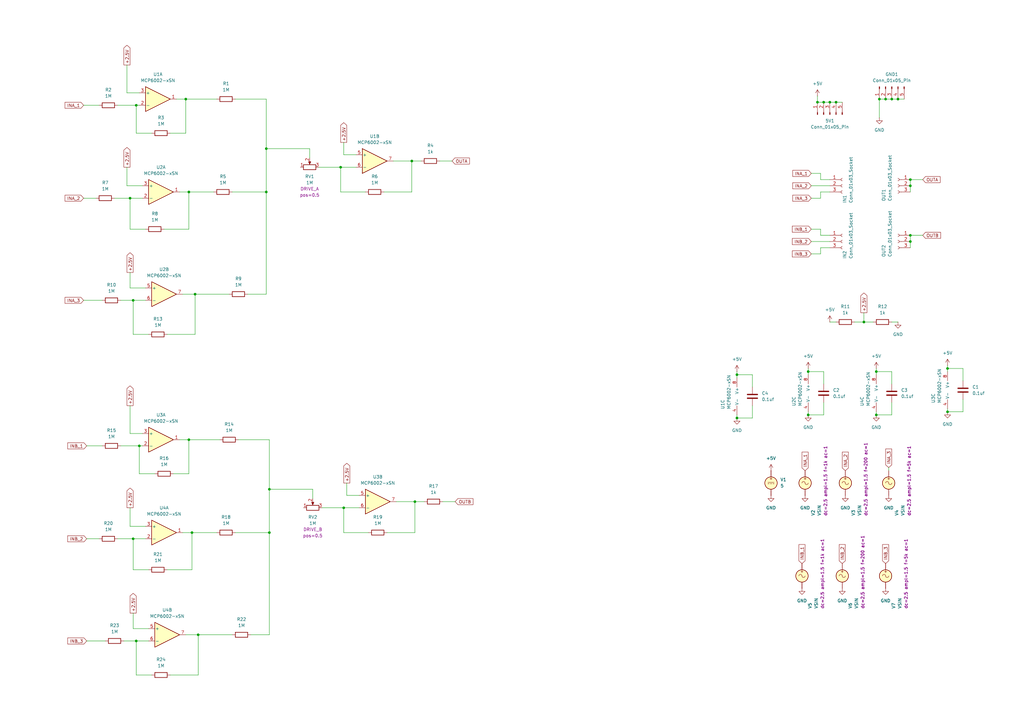
<source format=kicad_sch>
(kicad_sch (version 20231120) (generator "eeschema") (generator_version "8.0")
  (paper "A3")
  (lib_symbols
    (symbol "Amplifier_Operational:MCP6002-xSN" (pin_names (offset 0.127))
      (property "Reference" "U" (at 0 5.08 0))
      (property "Value" "MCP6002-xSN" (at 0 -5.08 0))
      (symbol "MCP6002-xSN_1_1"
        (polyline (pts (xy -5.08 5.08) (xy 5.08 0) (xy -5.08 -5.08) (xy -5.08 5.08)) (stroke (width 0.254)) (fill (type background)))
        (pin output line (at 7.62 0 180) (length 2.54) (name "~") (number "1"))
        (pin input line (at -7.62 -2.54 0) (length 2.54) (name "-") (number "2"))
        (pin input line (at -7.62 2.54 0) (length 2.54) (name "+") (number "3"))
      )
      (symbol "MCP6002-xSN_2_1"
        (polyline (pts (xy -5.08 5.08) (xy 5.08 0) (xy -5.08 -5.08) (xy -5.08 5.08)) (stroke (width 0.254)) (fill (type background)))
        (pin input line (at -7.62 2.54 0) (length 2.54) (name "+") (number "5"))
        (pin input line (at -7.62 -2.54 0) (length 2.54) (name "-") (number "6"))
        (pin output line (at 7.62 0 180) (length 2.54) (name "~") (number "7"))
      )
      (symbol "MCP6002-xSN_3_1"
        (pin power_in line (at -2.54 -7.62 90) (length 3.81) (name "V-") (number "4"))
        (pin power_in line (at -2.54 7.62 270) (length 3.81) (name "V+") (number "8"))
      )
    )
    (symbol "Connector:Conn_01x03_Socket" (pin_names (offset 1.016) hide)
      (property "Reference" "J" (at 0 5.08 0))
      (property "Value" "Conn_01x03_Socket" (at 0 -5.08 0))
      (symbol "Conn_01x03_Socket_1_1"
        (arc (start 0 -2.032) (mid -0.5058 -2.54) (end 0 -3.048) (stroke (width 0.1524)))
        (polyline (pts (xy -1.27 -2.54) (xy -0.508 -2.54)) (stroke (width 0.1524)))
        (polyline (pts (xy -1.27 0) (xy -0.508 0)) (stroke (width 0.1524)))
        (polyline (pts (xy -1.27 2.54) (xy -0.508 2.54)) (stroke (width 0.1524)))
        (arc (start 0 0.508) (mid -0.5058 0) (end 0 -0.508) (stroke (width 0.1524)))
        (arc (start 0 3.048) (mid -0.5058 2.54) (end 0 2.032) (stroke (width 0.1524)))
        (pin passive line (at -5.08 2.54 0) (length 3.81) (name "Pin_1") (number "1"))
        (pin passive line (at -5.08 0 0) (length 3.81) (name "Pin_2") (number "2"))
        (pin passive line (at -5.08 -2.54 0) (length 3.81) (name "Pin_3") (number "3"))
      )
    )
    (symbol "Connector:Conn_01x05_Pin" (pin_names (offset 1.016) hide)
      (property "Reference" "J" (at 0 7.62 0))
      (property "Value" "Conn_01x05_Pin" (at 0 -7.62 0))
      (symbol "Conn_01x05_Pin_1_1"
        (polyline (pts (xy 1.27 -5.08) (xy 0.8636 -5.08)) (stroke (width 0.1524)))
        (polyline (pts (xy 1.27 -2.54) (xy 0.8636 -2.54)) (stroke (width 0.1524)))
        (polyline (pts (xy 1.27 0) (xy 0.8636 0)) (stroke (width 0.1524)))
        (polyline (pts (xy 1.27 2.54) (xy 0.8636 2.54)) (stroke (width 0.1524)))
        (polyline (pts (xy 1.27 5.08) (xy 0.8636 5.08)) (stroke (width 0.1524)))
        (rectangle (start 0.8636 -4.953) (end 0 -5.207) (stroke (width 0.1524)) (fill (type outline)))
        (rectangle (start 0.8636 -2.413) (end 0 -2.667) (stroke (width 0.1524)) (fill (type outline)))
        (rectangle (start 0.8636 0.127) (end 0 -0.127) (stroke (width 0.1524)) (fill (type outline)))
        (rectangle (start 0.8636 2.667) (end 0 2.413) (stroke (width 0.1524)) (fill (type outline)))
        (rectangle (start 0.8636 5.207) (end 0 4.953) (stroke (width 0.1524)) (fill (type outline)))
        (pin passive line (at 5.08 5.08 180) (length 3.81) (name "Pin_1") (number "1"))
        (pin passive line (at 5.08 2.54 180) (length 3.81) (name "Pin_2") (number "2"))
        (pin passive line (at 5.08 0 180) (length 3.81) (name "Pin_3") (number "3"))
        (pin passive line (at 5.08 -2.54 180) (length 3.81) (name "Pin_4") (number "4"))
        (pin passive line (at 5.08 -5.08 180) (length 3.81) (name "Pin_5") (number "5"))
      )
    )
    (symbol "Device:C" (pin_numbers hide) (pin_names (offset 0.254))
      (property "Reference" "C" (at 0.635 2.54 0))
      (property "Value" "C" (at 0.635 -2.54 0))
      (symbol "C_0_1"
        (polyline (pts (xy -2.032 -0.762) (xy 2.032 -0.762)) (stroke (width 0.508)))
        (polyline (pts (xy -2.032 0.762) (xy 2.032 0.762)) (stroke (width 0.508)))
      )
      (symbol "C_1_1"
        (pin passive line (at 0 3.81 270) (length 2.794) (name "~") (number "1"))
        (pin passive line (at 0 -3.81 90) (length 2.794) (name "~") (number "2"))
      )
    )
    (symbol "Device:R" (pin_numbers hide) (pin_names (offset 0))
      (property "Reference" "R" (at 2.032 0 90))
      (property "Value" "R" (at 0 0 90))
      (symbol "R_0_1"
        (rectangle (start -1.016 -2.54) (end 1.016 2.54) (stroke (width 0.254)))
      )
      (symbol "R_1_1"
        (pin passive line (at 0 3.81 270) (length 1.27) (name "~") (number "1"))
        (pin passive line (at 0 -3.81 90) (length 1.27) (name "~") (number "2"))
      )
    )
    (symbol "Device:R_Potentiometer" (pin_names (offset 1.016) hide)
      (property "Reference" "RV" (at -4.445 0 90))
      (property "Value" "R_Potentiometer" (at -2.54 0 90))
      (symbol "R_Potentiometer_0_1"
        (polyline (pts (xy 2.54 0) (xy 1.524 0)))
        (polyline (pts (xy 1.143 0) (xy 2.286 0.508) (xy 2.286 -0.508) (xy 1.143 0)) (fill (type outline)))
        (rectangle (start 1.016 2.54) (end -1.016 -2.54) (stroke (width 0.254)))
      )
      (symbol "R_Potentiometer_1_1"
        (pin passive line (at 0 3.81 270) (length 1.27) (name "1") (number "1"))
        (pin passive line (at 3.81 0 180) (length 1.27) (name "2") (number "2"))
        (pin passive line (at 0 -3.81 90) (length 1.27) (name "3") (number "3"))
      )
    )
    (symbol "Simulation_SPICE:VDC" (pin_numbers hide) (pin_names (offset 0.0254))
      (property "Reference" "V" (at 2.54 2.54 0))
      (property "Value" "1" (at 2.54 0 0))
      (symbol "VDC_0_0"
        (polyline (pts (xy -1.27 0.254) (xy 1.27 0.254)))
        (polyline (pts (xy -0.762 -0.254) (xy -1.27 -0.254)))
        (polyline (pts (xy 0.254 -0.254) (xy -0.254 -0.254)))
        (polyline (pts (xy 1.27 -0.254) (xy 0.762 -0.254)))
        (text "+" (at 0 1.905 0) (effects (font (size 1.27 1.27))))
      )
      (symbol "VDC_0_1"
        (circle (center 0 0) (radius 2.54) (stroke (width 0.254)) (fill (type background)))
      )
      (symbol "VDC_1_1"
        (pin passive line (at 0 5.08 270) (length 2.54) (name "~") (number "1"))
        (pin passive line (at 0 -5.08 90) (length 2.54) (name "~") (number "2"))
      )
    )
    (symbol "Simulation_SPICE:VSIN" (pin_numbers hide) (pin_names (offset 0.0254))
      (property "Reference" "V" (at 2.54 2.54 0))
      (property "Value" "VSIN" (at 2.54 0 0))
      (property "Sim.Params" "dc=0 ampl=1 f=1k ac=1" (at 2.54 -2.54 0))
      (symbol "VSIN_0_0"
        (arc (start 0 0) (mid -0.635 0.6323) (end -1.27 0))
        (arc (start 0 0) (mid 0.635 -0.6323) (end 1.27 0))
        (text "+" (at 0 1.905 0) (effects (font (size 1.27 1.27))))
      )
      (symbol "VSIN_0_1"
        (circle (center 0 0) (radius 2.54) (stroke (width 0.254)) (fill (type background)))
      )
      (symbol "VSIN_1_1"
        (pin passive line (at 0 5.08 270) (length 2.54) (name "~") (number "1"))
        (pin passive line (at 0 -5.08 90) (length 2.54) (name "~") (number "2"))
      )
    )
    (symbol "power:+5V" (power) (pin_numbers hide) (pin_names (offset 0) hide)
      (property "Value" "+5V" (at 0 3.556 0))
      (symbol "+5V_0_1"
        (polyline (pts (xy -0.762 1.27) (xy 0 2.54)))
        (polyline (pts (xy 0 0) (xy 0 2.54)))
        (polyline (pts (xy 0 2.54) (xy 0.762 1.27)))
      )
      (symbol "+5V_1_1"
        (pin power_in line (at 0 0 90) (length 0) (name "~") (number "1"))
      )
    )
    (symbol "power:GND" (power) (pin_numbers hide) (pin_names (offset 0) hide)
      (property "Value" "GND" (at 0 -3.81 0))
      (symbol "GND_0_1"
        (polyline (pts (xy 0 0) (xy 0 -1.27) (xy 1.27 -1.27) (xy 0 -2.54) (xy -1.27 -1.27) (xy 0 -1.27)))
      )
      (symbol "GND_1_1"
        (pin power_in line (at 0 0 270) (length 0) (name "~") (number "1"))
      )
    )
  )
  (junction (at 54.61 123.19))
  (junction (at 337.82 41.91))
  (junction (at 168.91 66.04))
  (junction (at 77.47 78.74))
  (junction (at 363.22 40.64))
  (junction (at 373.38 96.52))
  (junction (at 335.28 41.91))
  (junction (at 109.22 60.96))
  (junction (at 342.9 41.91))
  (junction (at 80.01 120.65))
  (junction (at 368.3 40.64))
  (junction (at 354.33 132.08))
  (junction (at 331.47 152.4))
  (junction (at 57.15 182.88))
  (junction (at 77.47 180.34))
  (junction (at 55.88 43.18))
  (junction (at 373.38 99.06))
  (junction (at 54.61 220.98))
  (junction (at 76.2 40.64))
  (junction (at 139.7 68.58))
  (junction (at 359.41 170.18))
  (junction (at 373.38 76.2))
  (junction (at 78.74 218.44))
  (junction (at 365.76 40.64))
  (junction (at 359.41 152.4))
  (junction (at 331.47 170.18))
  (junction (at 170.18 205.74))
  (junction (at 55.88 262.89))
  (junction (at 140.97 208.28))
  (junction (at 53.34 81.28))
  (junction (at 340.36 41.91))
  (junction (at 302.26 153.67))
  (junction (at 388.62 168.91))
  (junction (at 373.38 73.66))
  (junction (at 109.22 78.74))
  (junction (at 110.49 218.44))
  (junction (at 388.62 151.13))
  (junction (at 81.28 260.35))
  (junction (at 302.26 171.45))
  (junction (at 110.49 200.66))
  (junction (at 360.68 40.64))
  (wire (pts (xy 74.93 218.44) (xy 78.74 218.44)))
  (wire (pts (xy 35.56 220.98) (xy 40.64 220.98)))
  (wire (pts (xy 170.18 205.74) (xy 162.56 205.74)))
  (wire (pts (xy 73.66 78.74) (xy 77.47 78.74)))
  (wire (pts (xy 394.97 156.21) (xy 394.97 151.13)))
  (wire (pts (xy 52.07 68.58) (xy 52.07 76.2)))
  (wire (pts (xy 359.41 152.4) (xy 365.76 152.4)))
  (wire (pts (xy 50.8 262.89) (xy 55.88 262.89)))
  (wire (pts (xy 373.38 73.66) (xy 373.38 76.2)))
  (wire (pts (xy 34.29 43.18) (xy 40.64 43.18)))
  (wire (pts (xy 364.49 191.77) (xy 364.49 193.04)))
  (wire (pts (xy 332.74 71.12) (xy 336.55 71.12)))
  (wire (pts (xy 69.85 54.61) (xy 76.2 54.61)))
  (wire (pts (xy 53.34 177.8) (xy 58.42 177.8)))
  (wire (pts (xy 77.47 180.34) (xy 90.17 180.34)))
  (wire (pts (xy 110.49 260.35) (xy 110.49 218.44)))
  (wire (pts (xy 49.53 182.88) (xy 57.15 182.88)))
  (wire (pts (xy 157.48 78.74) (xy 168.91 78.74)))
  (wire (pts (xy 93.98 120.65) (xy 80.01 120.65)))
  (wire (pts (xy 77.47 78.74) (xy 87.63 78.74)))
  (wire (pts (xy 53.34 111.76) (xy 53.34 118.11)))
  (wire (pts (xy 342.9 41.91) (xy 345.44 41.91)))
  (wire (pts (xy 336.55 73.66) (xy 340.36 73.66)))
  (wire (pts (xy 54.61 220.98) (xy 54.61 233.68)))
  (wire (pts (xy 373.38 76.2) (xy 373.38 78.74)))
  (wire (pts (xy 335.28 41.91) (xy 337.82 41.91)))
  (wire (pts (xy 332.74 99.06) (xy 340.36 99.06)))
  (wire (pts (xy 55.88 262.89) (xy 60.96 262.89)))
  (wire (pts (xy 168.91 78.74) (xy 168.91 66.04)))
  (wire (pts (xy 54.61 123.19) (xy 54.61 137.16)))
  (wire (pts (xy 388.62 149.86) (xy 388.62 151.13)))
  (wire (pts (xy 302.26 152.4) (xy 302.26 153.67)))
  (wire (pts (xy 336.55 71.12) (xy 336.55 73.66)))
  (wire (pts (xy 71.12 194.31) (xy 77.47 194.31)))
  (wire (pts (xy 52.07 26.67) (xy 52.07 38.1)))
  (wire (pts (xy 365.76 170.18) (xy 359.41 170.18)))
  (wire (pts (xy 49.53 123.19) (xy 54.61 123.19)))
  (wire (pts (xy 101.6 120.65) (xy 109.22 120.65)))
  (wire (pts (xy 72.39 40.64) (xy 76.2 40.64)))
  (wire (pts (xy 68.58 233.68) (xy 78.74 233.68)))
  (wire (pts (xy 34.29 81.28) (xy 39.37 81.28)))
  (wire (pts (xy 102.87 260.35) (xy 110.49 260.35)))
  (wire (pts (xy 59.69 93.98) (xy 53.34 93.98)))
  (wire (pts (xy 142.24 203.2) (xy 147.32 203.2)))
  (wire (pts (xy 368.3 40.64) (xy 370.84 40.64)))
  (wire (pts (xy 35.56 182.88) (xy 41.91 182.88)))
  (wire (pts (xy 128.27 200.66) (xy 110.49 200.66)))
  (wire (pts (xy 57.15 182.88) (xy 57.15 194.31)))
  (wire (pts (xy 354.33 128.27) (xy 354.33 132.08)))
  (wire (pts (xy 76.2 260.35) (xy 81.28 260.35)))
  (wire (pts (xy 354.33 132.08) (xy 358.14 132.08)))
  (wire (pts (xy 53.34 81.28) (xy 58.42 81.28)))
  (wire (pts (xy 127 60.96) (xy 109.22 60.96)))
  (wire (pts (xy 332.74 81.28) (xy 336.55 81.28)))
  (wire (pts (xy 139.7 78.74) (xy 139.7 68.58)))
  (wire (pts (xy 336.55 78.74) (xy 340.36 78.74)))
  (wire (pts (xy 53.34 166.37) (xy 53.34 177.8)))
  (wire (pts (xy 172.72 66.04) (xy 168.91 66.04)))
  (wire (pts (xy 340.36 41.91) (xy 342.9 41.91)))
  (wire (pts (xy 77.47 180.34) (xy 77.47 194.31)))
  (wire (pts (xy 48.26 220.98) (xy 54.61 220.98)))
  (wire (pts (xy 109.22 120.65) (xy 109.22 78.74)))
  (wire (pts (xy 158.75 218.44) (xy 170.18 218.44)))
  (wire (pts (xy 336.55 104.14) (xy 336.55 101.6)))
  (wire (pts (xy 109.22 60.96) (xy 109.22 78.74)))
  (wire (pts (xy 360.68 40.64) (xy 363.22 40.64)))
  (wire (pts (xy 53.34 208.28) (xy 53.34 215.9)))
  (wire (pts (xy 368.3 132.08) (xy 365.76 132.08)))
  (wire (pts (xy 302.26 153.67) (xy 302.26 154.94)))
  (wire (pts (xy 76.2 40.64) (xy 88.9 40.64)))
  (wire (pts (xy 336.55 93.98) (xy 336.55 96.52)))
  (wire (pts (xy 55.88 43.18) (xy 55.88 54.61)))
  (wire (pts (xy 360.68 40.64) (xy 360.68 48.26)))
  (wire (pts (xy 180.34 66.04) (xy 185.42 66.04)))
  (wire (pts (xy 340.36 132.08) (xy 342.9 132.08)))
  (wire (pts (xy 335.28 41.91) (xy 335.28 39.37)))
  (wire (pts (xy 331.47 152.4) (xy 331.47 153.67)))
  (wire (pts (xy 140.97 208.28) (xy 147.32 208.28)))
  (wire (pts (xy 55.88 43.18) (xy 57.15 43.18)))
  (wire (pts (xy 97.79 180.34) (xy 110.49 180.34)))
  (wire (pts (xy 132.08 208.28) (xy 140.97 208.28)))
  (wire (pts (xy 140.97 58.42) (xy 140.97 63.5)))
  (wire (pts (xy 110.49 180.34) (xy 110.49 200.66)))
  (wire (pts (xy 127 64.77) (xy 127 60.96)))
  (wire (pts (xy 302.26 171.45) (xy 302.26 170.18)))
  (wire (pts (xy 332.74 76.2) (xy 340.36 76.2)))
  (wire (pts (xy 74.93 120.65) (xy 80.01 120.65)))
  (wire (pts (xy 60.96 137.16) (xy 54.61 137.16)))
  (wire (pts (xy 109.22 40.64) (xy 109.22 60.96)))
  (wire (pts (xy 81.28 260.35) (xy 81.28 276.86)))
  (wire (pts (xy 337.82 170.18) (xy 331.47 170.18)))
  (wire (pts (xy 359.41 170.18) (xy 359.41 168.91)))
  (wire (pts (xy 378.46 96.52) (xy 373.38 96.52)))
  (wire (pts (xy 331.47 151.13) (xy 331.47 152.4)))
  (wire (pts (xy 359.41 152.4) (xy 359.41 153.67)))
  (wire (pts (xy 54.61 220.98) (xy 59.69 220.98)))
  (wire (pts (xy 73.66 180.34) (xy 77.47 180.34)))
  (wire (pts (xy 53.34 215.9) (xy 59.69 215.9)))
  (wire (pts (xy 365.76 40.64) (xy 368.3 40.64)))
  (wire (pts (xy 63.5 194.31) (xy 57.15 194.31)))
  (wire (pts (xy 394.97 163.83) (xy 394.97 168.91)))
  (wire (pts (xy 142.24 198.12) (xy 142.24 203.2)))
  (wire (pts (xy 173.99 205.74) (xy 170.18 205.74)))
  (wire (pts (xy 130.81 68.58) (xy 139.7 68.58)))
  (wire (pts (xy 96.52 40.64) (xy 109.22 40.64)))
  (wire (pts (xy 77.47 78.74) (xy 77.47 93.98)))
  (wire (pts (xy 332.74 93.98) (xy 336.55 93.98)))
  (wire (pts (xy 331.47 170.18) (xy 331.47 168.91)))
  (wire (pts (xy 78.74 218.44) (xy 78.74 233.68)))
  (wire (pts (xy 62.23 54.61) (xy 55.88 54.61)))
  (wire (pts (xy 373.38 99.06) (xy 373.38 101.6)))
  (wire (pts (xy 365.76 157.48) (xy 365.76 152.4)))
  (wire (pts (xy 52.07 76.2) (xy 58.42 76.2)))
  (wire (pts (xy 46.99 81.28) (xy 53.34 81.28)))
  (wire (pts (xy 53.34 81.28) (xy 53.34 93.98)))
  (wire (pts (xy 67.31 93.98) (xy 77.47 93.98)))
  (wire (pts (xy 331.47 152.4) (xy 337.82 152.4)))
  (wire (pts (xy 34.29 123.19) (xy 41.91 123.19)))
  (wire (pts (xy 388.62 168.91) (xy 388.62 167.64)))
  (wire (pts (xy 60.96 233.68) (xy 54.61 233.68)))
  (wire (pts (xy 388.62 151.13) (xy 388.62 152.4)))
  (wire (pts (xy 128.27 204.47) (xy 128.27 200.66)))
  (wire (pts (xy 365.76 165.1) (xy 365.76 170.18)))
  (wire (pts (xy 96.52 218.44) (xy 110.49 218.44)))
  (wire (pts (xy 54.61 123.19) (xy 59.69 123.19)))
  (wire (pts (xy 359.41 151.13) (xy 359.41 152.4)))
  (wire (pts (xy 78.74 218.44) (xy 88.9 218.44)))
  (wire (pts (xy 52.07 38.1) (xy 57.15 38.1)))
  (wire (pts (xy 337.82 41.91) (xy 340.36 41.91)))
  (wire (pts (xy 168.91 66.04) (xy 161.29 66.04)))
  (wire (pts (xy 48.26 43.18) (xy 55.88 43.18)))
  (wire (pts (xy 337.82 165.1) (xy 337.82 170.18)))
  (wire (pts (xy 336.55 96.52) (xy 340.36 96.52)))
  (wire (pts (xy 76.2 40.64) (xy 76.2 54.61)))
  (wire (pts (xy 139.7 68.58) (xy 146.05 68.58)))
  (wire (pts (xy 181.61 205.74) (xy 186.69 205.74)))
  (wire (pts (xy 308.61 171.45) (xy 302.26 171.45)))
  (wire (pts (xy 350.52 132.08) (xy 354.33 132.08)))
  (wire (pts (xy 57.15 182.88) (xy 58.42 182.88)))
  (wire (pts (xy 302.26 153.67) (xy 308.61 153.67)))
  (wire (pts (xy 170.18 218.44) (xy 170.18 205.74)))
  (wire (pts (xy 62.23 276.86) (xy 55.88 276.86)))
  (wire (pts (xy 378.46 73.66) (xy 373.38 73.66)))
  (wire (pts (xy 336.55 101.6) (xy 340.36 101.6)))
  (wire (pts (xy 151.13 218.44) (xy 140.97 218.44)))
  (wire (pts (xy 308.61 158.75) (xy 308.61 153.67)))
  (wire (pts (xy 140.97 63.5) (xy 146.05 63.5)))
  (wire (pts (xy 95.25 78.74) (xy 109.22 78.74)))
  (wire (pts (xy 149.86 78.74) (xy 139.7 78.74)))
  (wire (pts (xy 394.97 168.91) (xy 388.62 168.91)))
  (wire (pts (xy 332.74 104.14) (xy 336.55 104.14)))
  (wire (pts (xy 35.56 262.89) (xy 43.18 262.89)))
  (wire (pts (xy 80.01 120.65) (xy 80.01 137.16)))
  (wire (pts (xy 54.61 257.81) (xy 60.96 257.81)))
  (wire (pts (xy 140.97 218.44) (xy 140.97 208.28)))
  (wire (pts (xy 95.25 260.35) (xy 81.28 260.35)))
  (wire (pts (xy 110.49 200.66) (xy 110.49 218.44)))
  (wire (pts (xy 69.85 276.86) (xy 81.28 276.86)))
  (wire (pts (xy 337.82 157.48) (xy 337.82 152.4)))
  (wire (pts (xy 54.61 251.46) (xy 54.61 257.81)))
  (wire (pts (xy 336.55 81.28) (xy 336.55 78.74)))
  (wire (pts (xy 55.88 262.89) (xy 55.88 276.86)))
  (wire (pts (xy 363.22 40.64) (xy 365.76 40.64)))
  (wire (pts (xy 373.38 96.52) (xy 373.38 99.06)))
  (wire (pts (xy 308.61 166.37) (xy 308.61 171.45)))
  (wire (pts (xy 68.58 137.16) (xy 80.01 137.16)))
  (wire (pts (xy 53.34 118.11) (xy 59.69 118.11)))
  (wire (pts (xy 388.62 151.13) (xy 394.97 151.13)))
  (global_label "INA_1" (shape input) (at 332.74 71.12 180) (property "Intersheetrefs" "${INTERSHEET_REFS}" (effects (hide yes))))
  (global_label "OUTB" (shape input) (at 186.69 205.74 0) (property "Intersheetrefs" "${INTERSHEET_REFS}" (effects (hide yes))))
  (global_label "INB_2" (shape input) (at 35.56 220.98 180) (property "Intersheetrefs" "${INTERSHEET_REFS}" (effects (hide yes))))
  (global_label "INA_3" (shape input) (at 364.49 191.77 90) (property "Intersheetrefs" "${INTERSHEET_REFS}" (effects (hide yes))))
  (global_label "INA_3" (shape input) (at 332.74 81.28 180) (property "Intersheetrefs" "${INTERSHEET_REFS}" (effects (hide yes))))
  (global_label "INA_1" (shape input) (at 330.2 193.04 90) (property "Intersheetrefs" "${INTERSHEET_REFS}" (effects (hide yes))))
  (global_label "INA_3" (shape input) (at 34.29 123.19 180) (property "Intersheetrefs" "${INTERSHEET_REFS}" (effects (hide yes))))
  (global_label "INB_2" (shape input) (at 332.74 99.06 180) (property "Intersheetrefs" "${INTERSHEET_REFS}" (effects (hide yes))))
  (global_label "+2.5V" (shape output) (at 54.61 251.46 90) (property "Intersheetrefs" "${INTERSHEET_REFS}" (effects (hide yes))))
  (global_label "INA_2" (shape input) (at 346.71 193.04 90) (property "Intersheetrefs" "${INTERSHEET_REFS}" (effects (hide yes))))
  (global_label "INA_1" (shape input) (at 34.29 43.18 180) (property "Intersheetrefs" "${INTERSHEET_REFS}" (effects (hide yes))))
  (global_label "OUTA" (shape input) (at 185.42 66.04 0) (property "Intersheetrefs" "${INTERSHEET_REFS}" (effects (hide yes))))
  (global_label "OUTB" (shape input) (at 378.46 96.52 0) (property "Intersheetrefs" "${INTERSHEET_REFS}" (effects (hide yes))))
  (global_label "INA_2" (shape input) (at 332.74 76.2 180) (property "Intersheetrefs" "${INTERSHEET_REFS}" (effects (hide yes))))
  (global_label "INB_1" (shape input) (at 332.74 93.98 180) (property "Intersheetrefs" "${INTERSHEET_REFS}" (effects (hide yes))))
  (global_label "+2.5V" (shape output) (at 142.24 198.12 90) (property "Intersheetrefs" "${INTERSHEET_REFS}" (effects (hide yes))))
  (global_label "OUTA" (shape input) (at 378.46 73.66 0) (property "Intersheetrefs" "${INTERSHEET_REFS}" (effects (hide yes))))
  (global_label "+2.5V" (shape output) (at 52.07 68.58 90) (property "Intersheetrefs" "${INTERSHEET_REFS}" (effects (hide yes))))
  (global_label "+2.5V" (shape output) (at 53.34 111.76 90) (property "Intersheetrefs" "${INTERSHEET_REFS}" (effects (hide yes))))
  (global_label "INB_1" (shape input) (at 35.56 182.88 180) (property "Intersheetrefs" "${INTERSHEET_REFS}" (effects (hide yes))))
  (global_label "INB_2" (shape input) (at 345.44 231.14 90) (property "Intersheetrefs" "${INTERSHEET_REFS}" (effects (hide yes))))
  (global_label "INB_3" (shape input) (at 332.74 104.14 180) (property "Intersheetrefs" "${INTERSHEET_REFS}" (effects (hide yes))))
  (global_label "INB_3" (shape input) (at 35.56 262.89 180) (property "Intersheetrefs" "${INTERSHEET_REFS}" (effects (hide yes))))
  (global_label "+2.5V" (shape output) (at 53.34 166.37 90) (property "Intersheetrefs" "${INTERSHEET_REFS}" (effects (hide yes))))
  (global_label "+2.5V" (shape output) (at 53.34 208.28 90) (property "Intersheetrefs" "${INTERSHEET_REFS}" (effects (hide yes))))
  (global_label "INA_2" (shape input) (at 34.29 81.28 180) (property "Intersheetrefs" "${INTERSHEET_REFS}" (effects (hide yes))))
  (global_label "INB_3" (shape input) (at 363.22 231.14 90) (property "Intersheetrefs" "${INTERSHEET_REFS}" (effects (hide yes))))
  (global_label "INB_1" (shape input) (at 328.93 231.14 90) (property "Intersheetrefs" "${INTERSHEET_REFS}" (effects (hide yes))))
  (global_label "+2.5V" (shape output) (at 52.07 26.67 90) (property "Intersheetrefs" "${INTERSHEET_REFS}" (effects (hide yes))))
  (global_label "+2.5V" (shape output) (at 354.33 128.27 90) (property "Intersheetrefs" "${INTERSHEET_REFS}" (effects (hide yes))))
  (global_label "+2.5V" (shape output) (at 140.97 58.42 90) (property "Intersheetrefs" "${INTERSHEET_REFS}" (effects (hide yes))))
  (symbol (lib_id "power:GND") (at 328.93 241.3 0) (unit 1)
    (property "Reference" "#PWR018" (effects (hide yes)))
    (property "Value" "GND" (at 328.93 246.38 0))
    (property "Description" "Power symbol creates a global label with name \"GND\" , ground" (effects (hide yes)))
  )
  (symbol (lib_id "Device:R") (at 346.71 132.08 90) (unit 1)
    (property "Reference" "R11" (at 346.71 125.73 90))
    (property "Value" "1k" (at 346.71 128.27 90))
    (property "Footprint" "Resistor_SMD:R_0402_1005Metric" (effects (hide yes)))
    (property "Description" "Resistor" (effects (hide yes)))
  )
  (symbol (lib_id "Simulation_SPICE:VSIN") (at 345.44 236.22 0) (unit 1) (on_board no)
    (property "Reference" "V6" (at 348.742 249.682 90) (effects (justify left)))
    (property "Value" "VSIN" (at 351.282 249.682 90) (effects (justify left)))
    (property "Datasheet" "https://ngspice.sourceforge.io/docs/ngspice-html-manual/manual.xhtml#sec_Independent_Sources_for" (effects (hide yes)))
    (property "Description" "Voltage source, sinusoidal" (effects (hide yes)))
    (property "Sim.Pins" "1=+ 2=-" (effects (hide yes)))
    (property "Sim.Params" "dc=2.5 ampl=1.5 f=200 ac=1" (at 353.822 249.682 90) (effects (justify left)))
    (property "Sim.Type" "SIN" (effects (hide yes)))
    (property "Sim.Device" "V" (effects (hide yes)))
  )
  (symbol (lib_id "power:GND") (at 346.71 203.2 0) (unit 1)
    (property "Reference" "#PWR016" (effects (hide yes)))
    (property "Value" "GND" (at 346.71 208.28 0))
    (property "Description" "Power symbol creates a global label with name \"GND\" , ground" (effects (hide yes)))
  )
  (symbol (lib_id "Simulation_SPICE:VDC") (at 316.23 198.12 0) (unit 1) (on_board no)
    (property "Reference" "V1" (at 320.04 196.7201 0) (effects (justify left)))
    (property "Value" "5" (at 320.04 199.2601 0) (effects (justify left)))
    (property "Datasheet" "https://ngspice.sourceforge.io/docs/ngspice-html-manual/manual.xhtml#sec_Independent_Sources_for" (effects (hide yes)))
    (property "Description" "Voltage source, DC" (effects (hide yes)))
    (property "Sim.Pins" "1=+ 2=-" (effects (hide yes)))
    (property "Sim.Type" "DC" (effects (hide yes)))
    (property "Sim.Device" "V" (effects (hide yes)))
  )
  (symbol (lib_id "Device:R") (at 66.04 276.86 90) (unit 1)
    (property "Reference" "R24" (at 66.04 270.51 90))
    (property "Value" "1M" (at 66.04 273.05 90))
    (property "Footprint" "Resistor_SMD:R_0402_1005Metric" (effects (hide yes)))
    (property "Description" "Resistor" (effects (hide yes)))
  )
  (symbol (lib_id "Device:R") (at 45.72 182.88 90) (unit 1)
    (property "Reference" "R15" (at 45.72 176.53 90))
    (property "Value" "1M" (at 45.72 179.07 90))
    (property "Footprint" "Resistor_SMD:R_0402_1005Metric" (effects (hide yes)))
    (property "Description" "Resistor" (effects (hide yes)))
  )
  (symbol (lib_id "power:+5V") (at 302.26 152.4 0) (unit 1)
    (property "Reference" "#PWR08" (effects (hide yes)))
    (property "Value" "+5V" (at 302.26 147.32 0))
    (property "Description" "Power symbol creates a global label with name \"+5V\"" (effects (hide yes)))
  )
  (symbol (lib_id "Device:R") (at 44.45 220.98 90) (unit 1)
    (property "Reference" "R20" (at 44.45 214.63 90))
    (property "Value" "1M" (at 44.45 217.17 90))
    (property "Footprint" "Resistor_SMD:R_0402_1005Metric" (effects (hide yes)))
    (property "Description" "Resistor" (effects (hide yes)))
  )
  (symbol (lib_id "Connector:Conn_01x05_Pin") (at 340.36 46.99 90) (unit 1) (exclude_from_sim yes)
    (property "Reference" "5V1" (at 340.36 49.53 90))
    (property "Value" "Conn_01x05_Pin" (at 340.36 52.07 90))
    (property "Footprint" "Connector_PinHeader_2.54mm:PinHeader_1x05_P2.54mm_Vertical" (effects (hide yes)))
    (property "Description" "Generic connector, single row, 01x05, script generated" (effects (hide yes)))
  )
  (symbol (lib_id "power:GND") (at 363.22 241.3 0) (unit 1)
    (property "Reference" "#PWR020" (effects (hide yes)))
    (property "Value" "GND" (at 363.22 246.38 0))
    (property "Description" "Power symbol creates a global label with name \"GND\" , ground" (effects (hide yes)))
  )
  (symbol (lib_id "Device:R") (at 44.45 43.18 90) (unit 1)
    (property "Reference" "R2" (at 44.45 36.83 90))
    (property "Value" "1M" (at 44.45 39.37 90))
    (property "Footprint" "Resistor_SMD:R_0402_1005Metric" (effects (hide yes)))
    (property "Description" "Resistor" (effects (hide yes)))
  )
  (symbol (lib_id "Device:R") (at 153.67 78.74 90) (unit 1)
    (property "Reference" "R6" (at 153.67 72.39 90))
    (property "Value" "1M" (at 153.67 74.93 90))
    (property "Footprint" "Resistor_SMD:R_0402_1005Metric" (effects (hide yes)))
    (property "Description" "Resistor" (effects (hide yes)))
  )
  (symbol (lib_id "Connector:Conn_01x03_Socket") (at 368.3 76.2 0) (mirror y) (unit 1) (exclude_from_sim yes)
    (property "Reference" "OUT1" (at 362.458 82.55 90) (effects (justify left)))
    (property "Value" "Conn_01x03_Socket" (at 364.998 82.55 90) (effects (justify left)))
    (property "Footprint" "Connector_PinSocket_2.54mm:PinSocket_1x03_P2.54mm_Vertical" (effects (hide yes)))
    (property "Description" "Generic connector, single row, 01x03, script generated" (effects (hide yes)))
  )
  (symbol (lib_id "Device:R") (at 67.31 194.31 90) (unit 1)
    (property "Reference" "R16" (at 67.31 187.96 90))
    (property "Value" "1M" (at 67.31 190.5 90))
    (property "Footprint" "Resistor_SMD:R_0402_1005Metric" (effects (hide yes)))
    (property "Description" "Resistor" (effects (hide yes)))
  )
  (symbol (lib_id "Device:R") (at 176.53 66.04 90) (unit 1)
    (property "Reference" "R4" (at 176.53 59.69 90))
    (property "Value" "1k" (at 176.53 62.23 90))
    (property "Footprint" "Resistor_SMD:R_0402_1005Metric" (effects (hide yes)))
    (property "Description" "Resistor" (effects (hide yes)))
  )
  (symbol (lib_id "power:+5V") (at 316.23 193.04 0) (unit 1)
    (property "Reference" "#PWR013" (effects (hide yes)))
    (property "Value" "+5V" (at 316.23 187.96 0))
    (property "Description" "Power symbol creates a global label with name \"+5V\"" (effects (hide yes)))
  )
  (symbol (lib_id "Connector:Conn_01x03_Socket") (at 345.44 76.2 0) (unit 1) (exclude_from_sim yes)
    (property "Reference" "IN1" (at 346.456 83.312 90) (effects (justify left)))
    (property "Value" "Conn_01x03_Socket" (at 348.996 83.312 90) (effects (justify left)))
    (property "Footprint" "Connector_PinSocket_2.54mm:PinSocket_1x03_P2.54mm_Vertical" (effects (hide yes)))
    (property "Description" "Generic connector, single row, 01x03, script generated" (effects (hide yes)))
  )
  (symbol (lib_id "Amplifier_Operational:MCP6002-xSN") (at 361.95 161.29 0) (unit 3)
    (property "Reference" "U4" (at 353.568 166.624 90) (effects (justify left)))
    (property "Value" "MCP6002-xSN" (at 356.108 166.624 90) (effects (justify left)))
    (property "Footprint" "Package_SO:SOIC-8-1EP_3.9x4.9mm_P1.27mm_EP2.29x3mm" (effects (hide yes)))
    (property "Datasheet" "http://ww1.microchip.com/downloads/en/DeviceDoc/21733j.pdf" (effects (hide yes)))
    (property "Description" "1MHz, Low-Power Op Amp, SOIC-8" (effects (hide yes)))
    (property "Sim.Library" "${KICAD8_SYMBOL_DIR}/Simulation_SPICE.sp" (effects (hide yes)))
    (property "Sim.Name" "kicad_builtin_opamp_dual" (effects (hide yes)))
    (property "Sim.Device" "SUBCKT" (effects (hide yes)))
    (property "Sim.Pins" "1=out1 2=in1- 3=in1+ 4=vee 5=in2+ 6=in2- 7=out2 8=vcc" (effects (hide yes)))
  )
  (symbol (lib_id "Device:R") (at 99.06 260.35 90) (unit 1)
    (property "Reference" "R22" (at 99.06 254 90))
    (property "Value" "1M" (at 99.06 256.54 90))
    (property "Footprint" "Resistor_SMD:R_0402_1005Metric" (effects (hide yes)))
    (property "Description" "Resistor" (effects (hide yes)))
  )
  (symbol (lib_id "Simulation_SPICE:VSIN") (at 330.2 198.12 0) (unit 1) (on_board no)
    (property "Reference" "V2" (at 333.502 211.582 90) (effects (justify left)))
    (property "Value" "VSIN" (at 336.042 211.582 90) (effects (justify left)))
    (property "Datasheet" "https://ngspice.sourceforge.io/docs/ngspice-html-manual/manual.xhtml#sec_Independent_Sources_for" (effects (hide yes)))
    (property "Description" "Voltage source, sinusoidal" (effects (hide yes)))
    (property "Sim.Pins" "1=+ 2=-" (effects (hide yes)))
    (property "Sim.Params" "dc=2.5 ampl=1.5 f=1k ac=1" (at 338.582 211.582 90) (effects (justify left)))
    (property "Sim.Type" "SIN" (effects (hide yes)))
    (property "Sim.Device" "V" (effects (hide yes)))
  )
  (symbol (lib_id "Amplifier_Operational:MCP6002-xSN") (at 334.01 161.29 0) (unit 3)
    (property "Reference" "U2" (at 325.628 166.624 90) (effects (justify left)))
    (property "Value" "MCP6002-xSN" (at 328.168 166.624 90) (effects (justify left)))
    (property "Footprint" "Package_SO:SOIC-8-1EP_3.9x4.9mm_P1.27mm_EP2.29x3mm" (effects (hide yes)))
    (property "Datasheet" "http://ww1.microchip.com/downloads/en/DeviceDoc/21733j.pdf" (effects (hide yes)))
    (property "Description" "1MHz, Low-Power Op Amp, SOIC-8" (effects (hide yes)))
    (property "Sim.Library" "${KICAD8_SYMBOL_DIR}/Simulation_SPICE.sp" (effects (hide yes)))
    (property "Sim.Name" "kicad_builtin_opamp_dual" (effects (hide yes)))
    (property "Sim.Device" "SUBCKT" (effects (hide yes)))
    (property "Sim.Pins" "1=out1 2=in1- 3=in1+ 4=vee 5=in2+ 6=in2- 7=out2 8=vcc" (effects (hide yes)))
  )
  (symbol (lib_id "Simulation_SPICE:VSIN") (at 363.22 236.22 0) (unit 1) (on_board no)
    (property "Reference" "V7" (at 366.522 249.682 90) (effects (justify left)))
    (property "Value" "VSIN" (at 369.062 249.682 90) (effects (justify left)))
    (property "Datasheet" "https://ngspice.sourceforge.io/docs/ngspice-html-manual/manual.xhtml#sec_Independent_Sources_for" (effects (hide yes)))
    (property "Description" "Voltage source, sinusoidal" (effects (hide yes)))
    (property "Sim.Pins" "1=+ 2=-" (effects (hide yes)))
    (property "Sim.Params" "dc=2.5 ampl=1.5 f=5k ac=1" (at 371.602 249.682 90) (effects (justify left)))
    (property "Sim.Type" "SIN" (effects (hide yes)))
    (property "Sim.Device" "V" (effects (hide yes)))
  )
  (symbol (lib_id "Connector:Conn_01x03_Socket") (at 345.44 99.06 0) (unit 1) (exclude_from_sim yes)
    (property "Reference" "IN2" (at 346.456 106.172 90) (effects (justify left)))
    (property "Value" "Conn_01x03_Socket" (at 348.996 106.172 90) (effects (justify left)))
    (property "Footprint" "Connector_PinSocket_2.54mm:PinSocket_1x03_P2.54mm_Vertical" (effects (hide yes)))
    (property "Description" "Generic connector, single row, 01x03, script generated" (effects (hide yes)))
  )
  (symbol (lib_id "power:GND") (at 302.26 171.45 0) (unit 1)
    (property "Reference" "#PWR012" (effects (hide yes)))
    (property "Value" "GND" (at 302.26 176.53 0))
    (property "Description" "Power symbol creates a global label with name \"GND\" , ground" (effects (hide yes)))
  )
  (symbol (lib_id "Simulation_SPICE:VSIN") (at 328.93 236.22 0) (unit 1) (on_board no)
    (property "Reference" "V5" (at 332.232 249.682 90) (effects (justify left)))
    (property "Value" "VSIN" (at 334.772 249.682 90) (effects (justify left)))
    (property "Datasheet" "https://ngspice.sourceforge.io/docs/ngspice-html-manual/manual.xhtml#sec_Independent_Sources_for" (effects (hide yes)))
    (property "Description" "Voltage source, sinusoidal" (effects (hide yes)))
    (property "Sim.Pins" "1=+ 2=-" (effects (hide yes)))
    (property "Sim.Params" "dc=2.5 ampl=1.5 f=1k ac=1" (at 337.312 249.682 90) (effects (justify left)))
    (property "Sim.Type" "SIN" (effects (hide yes)))
    (property "Sim.Device" "V" (effects (hide yes)))
  )
  (symbol (lib_id "power:+5V") (at 335.28 39.37 0) (unit 1)
    (property "Reference" "#PWR01" (effects (hide yes)))
    (property "Value" "+5V" (at 335.28 34.29 0))
    (property "Description" "Power symbol creates a global label with name \"+5V\"" (effects (hide yes)))
  )
  (symbol (lib_id "power:GND") (at 360.68 48.26 0) (unit 1)
    (property "Reference" "#PWR02" (effects (hide yes)))
    (property "Value" "GND" (at 360.68 53.34 0))
    (property "Description" "Power symbol creates a global label with name \"GND\" , ground" (effects (hide yes)))
  )
  (symbol (lib_id "Amplifier_Operational:MCP6002-xSN") (at 66.04 180.34 0) (unit 1)
    (property "Reference" "U3" (at 66.04 170.18 0))
    (property "Value" "MCP6002-xSN" (at 66.04 172.72 0))
    (property "Footprint" "Package_SO:SOIC-8-1EP_3.9x4.9mm_P1.27mm_EP2.29x3mm" (effects (hide yes)))
    (property "Datasheet" "http://ww1.microchip.com/downloads/en/DeviceDoc/21733j.pdf" (effects (hide yes)))
    (property "Description" "1MHz, Low-Power Op Amp, SOIC-8" (effects (hide yes)))
    (property "Sim.Library" "${KICAD8_SYMBOL_DIR}/Simulation_SPICE.sp" (effects (hide yes)))
    (property "Sim.Name" "kicad_builtin_opamp_dual" (effects (hide yes)))
    (property "Sim.Device" "SUBCKT" (effects (hide yes)))
    (property "Sim.Pins" "1=out1 2=in1- 3=in1+ 4=vee 5=in2+ 6=in2- 7=out2 8=vcc" (effects (hide yes)))
  )
  (symbol (lib_id "power:GND") (at 359.41 170.18 0) (unit 1)
    (property "Reference" "#PWR011" (effects (hide yes)))
    (property "Value" "GND" (at 359.41 175.26 0))
    (property "Description" "Power symbol creates a global label with name \"GND\" , ground" (effects (hide yes)))
  )
  (symbol (lib_id "Amplifier_Operational:MCP6002-xSN") (at 154.94 205.74 0) (unit 2)
    (property "Reference" "U3" (at 154.94 195.58 0))
    (property "Value" "MCP6002-xSN" (at 154.94 198.12 0))
    (property "Footprint" "Package_SO:SOIC-8-1EP_3.9x4.9mm_P1.27mm_EP2.29x3mm" (effects (hide yes)))
    (property "Datasheet" "http://ww1.microchip.com/downloads/en/DeviceDoc/21733j.pdf" (effects (hide yes)))
    (property "Description" "1MHz, Low-Power Op Amp, SOIC-8" (effects (hide yes)))
    (property "Sim.Library" "${KICAD8_SYMBOL_DIR}/Simulation_SPICE.sp" (effects (hide yes)))
    (property "Sim.Name" "kicad_builtin_opamp_dual" (effects (hide yes)))
    (property "Sim.Device" "SUBCKT" (effects (hide yes)))
    (property "Sim.Pins" "1=out1 2=in1- 3=in1+ 4=vee 5=in2+ 6=in2- 7=out2 8=vcc" (effects (hide yes)))
  )
  (symbol (lib_id "Device:R") (at 92.71 218.44 90) (unit 1)
    (property "Reference" "R18" (at 92.71 212.09 90))
    (property "Value" "1M" (at 92.71 214.63 90))
    (property "Footprint" "Resistor_SMD:R_0402_1005Metric" (effects (hide yes)))
    (property "Description" "Resistor" (effects (hide yes)))
  )
  (symbol (lib_id "Device:C") (at 337.82 161.29 0) (unit 1)
    (property "Reference" "C2" (at 341.63 160.0199 0) (effects (justify left)))
    (property "Value" "0.1uf" (at 341.63 162.5599 0) (effects (justify left)))
    (property "Footprint" "Capacitor_SMD:C_0402_1005Metric" (effects (hide yes)))
    (property "Description" "Unpolarized capacitor" (effects (hide yes)))
  )
  (symbol (lib_id "Amplifier_Operational:MCP6002-xSN") (at 67.31 218.44 0) (unit 1)
    (property "Reference" "U4" (at 67.31 208.28 0))
    (property "Value" "MCP6002-xSN" (at 67.31 210.82 0))
    (property "Footprint" "Package_SO:SOIC-8-1EP_3.9x4.9mm_P1.27mm_EP2.29x3mm" (effects (hide yes)))
    (property "Datasheet" "http://ww1.microchip.com/downloads/en/DeviceDoc/21733j.pdf" (effects (hide yes)))
    (property "Description" "1MHz, Low-Power Op Amp, SOIC-8" (effects (hide yes)))
    (property "Sim.Library" "${KICAD8_SYMBOL_DIR}/Simulation_SPICE.sp" (effects (hide yes)))
    (property "Sim.Name" "kicad_builtin_opamp_dual" (effects (hide yes)))
    (property "Sim.Device" "SUBCKT" (effects (hide yes)))
    (property "Sim.Pins" "1=out1 2=in1- 3=in1+ 4=vee 5=in2+ 6=in2- 7=out2 8=vcc" (effects (hide yes)))
  )
  (symbol (lib_id "Device:R") (at 66.04 54.61 90) (unit 1)
    (property "Reference" "R3" (at 66.04 48.26 90))
    (property "Value" "1M" (at 66.04 50.8 90))
    (property "Footprint" "Resistor_SMD:R_0402_1005Metric" (effects (hide yes)))
    (property "Description" "Resistor" (effects (hide yes)))
  )
  (symbol (lib_id "Simulation_SPICE:VSIN") (at 364.49 198.12 0) (unit 1) (on_board no)
    (property "Reference" "V4" (at 367.792 211.582 90) (effects (justify left)))
    (property "Value" "VSIN" (at 370.332 211.582 90) (effects (justify left)))
    (property "Datasheet" "https://ngspice.sourceforge.io/docs/ngspice-html-manual/manual.xhtml#sec_Independent_Sources_for" (effects (hide yes)))
    (property "Description" "Voltage source, sinusoidal" (effects (hide yes)))
    (property "Sim.Pins" "1=+ 2=-" (effects (hide yes)))
    (property "Sim.Params" "dc=2.5 ampl=1.5 f=5k ac=1" (at 372.872 211.582 90) (effects (justify left)))
    (property "Sim.Type" "SIN" (effects (hide yes)))
    (property "Sim.Device" "V" (effects (hide yes)))
  )
  (symbol (lib_id "power:GND") (at 330.2 203.2 0) (unit 1)
    (property "Reference" "#PWR015" (effects (hide yes)))
    (property "Value" "GND" (at 330.2 208.28 0))
    (property "Description" "Power symbol creates a global label with name \"GND\" , ground" (effects (hide yes)))
  )
  (symbol (lib_id "Device:R") (at 64.77 137.16 90) (unit 1)
    (property "Reference" "R13" (at 64.77 130.81 90))
    (property "Value" "1M" (at 64.77 133.35 90))
    (property "Footprint" "Resistor_SMD:R_0402_1005Metric" (effects (hide yes)))
    (property "Description" "Resistor" (effects (hide yes)))
  )
  (symbol (lib_id "Device:R") (at 97.79 120.65 90) (unit 1)
    (property "Reference" "R9" (at 97.79 114.3 90))
    (property "Value" "1M" (at 97.79 116.84 90))
    (property "Footprint" "Resistor_SMD:R_0402_1005Metric" (effects (hide yes)))
    (property "Description" "Resistor" (effects (hide yes)))
  )
  (symbol (lib_id "Amplifier_Operational:MCP6002-xSN") (at 64.77 40.64 0) (unit 1)
    (property "Reference" "U1" (at 64.77 30.48 0))
    (property "Value" "MCP6002-xSN" (at 64.77 33.02 0))
    (property "Footprint" "Package_SO:SOIC-8-1EP_3.9x4.9mm_P1.27mm_EP2.29x3mm" (effects (hide yes)))
    (property "Datasheet" "http://ww1.microchip.com/downloads/en/DeviceDoc/21733j.pdf" (effects (hide yes)))
    (property "Description" "1MHz, Low-Power Op Amp, SOIC-8" (effects (hide yes)))
    (property "Sim.Library" "${KICAD8_SYMBOL_DIR}/Simulation_SPICE.sp" (effects (hide yes)))
    (property "Sim.Name" "kicad_builtin_opamp_dual" (effects (hide yes)))
    (property "Sim.Device" "SUBCKT" (effects (hide yes)))
    (property "Sim.Pins" "1=out1 2=in1- 3=in1+ 4=vee 5=in2+ 6=in2- 7=out2 8=vcc" (effects (hide yes)))
  )
  (symbol (lib_id "power:GND") (at 316.23 203.2 0) (unit 1)
    (property "Reference" "#PWR014" (effects (hide yes)))
    (property "Value" "GND" (at 316.23 208.28 0))
    (property "Description" "Power symbol creates a global label with name \"GND\" , ground" (effects (hide yes)))
  )
  (symbol (lib_id "Device:C") (at 365.76 161.29 0) (unit 1)
    (property "Reference" "C3" (at 369.57 160.0199 0) (effects (justify left)))
    (property "Value" "0.1uf" (at 369.57 162.5599 0) (effects (justify left)))
    (property "Footprint" "Capacitor_SMD:C_0402_1005Metric" (effects (hide yes)))
    (property "Description" "Unpolarized capacitor" (effects (hide yes)))
  )
  (symbol (lib_id "power:GND") (at 364.49 203.2 0) (unit 1)
    (property "Reference" "#PWR017" (effects (hide yes)))
    (property "Value" "GND" (at 364.49 208.28 0))
    (property "Description" "Power symbol creates a global label with name \"GND\" , ground" (effects (hide yes)))
  )
  (symbol (lib_id "Device:R") (at 46.99 262.89 90) (unit 1)
    (property "Reference" "R23" (at 46.99 256.54 90))
    (property "Value" "1M" (at 46.99 259.08 90))
    (property "Footprint" "Resistor_SMD:R_0402_1005Metric" (effects (hide yes)))
    (property "Description" "Resistor" (effects (hide yes)))
  )
  (symbol (lib_id "Connector:Conn_01x03_Socket") (at 368.3 99.06 0) (mirror y) (unit 1) (exclude_from_sim yes)
    (property "Reference" "OUT2" (at 362.458 105.41 90) (effects (justify left)))
    (property "Value" "Conn_01x03_Socket" (at 364.998 105.41 90) (effects (justify left)))
    (property "Footprint" "Connector_PinSocket_2.54mm:PinSocket_1x03_P2.54mm_Vertical" (effects (hide yes)))
    (property "Description" "Generic connector, single row, 01x03, script generated" (effects (hide yes)))
  )
  (symbol (lib_id "power:GND") (at 331.47 170.18 0) (unit 1)
    (property "Reference" "#PWR010" (effects (hide yes)))
    (property "Value" "GND" (at 331.47 175.26 0))
    (property "Description" "Power symbol creates a global label with name \"GND\" , ground" (effects (hide yes)))
  )
  (symbol (lib_id "Device:C") (at 394.97 160.02 0) (unit 1)
    (property "Reference" "C1" (at 398.78 158.7499 0) (effects (justify left)))
    (property "Value" "0.1uf" (at 398.78 161.2899 0) (effects (justify left)))
    (property "Footprint" "Capacitor_SMD:C_0402_1005Metric" (effects (hide yes)))
    (property "Description" "Unpolarized capacitor" (effects (hide yes)))
  )
  (symbol (lib_id "Amplifier_Operational:MCP6002-xSN") (at 68.58 260.35 0) (unit 2)
    (property "Reference" "U4" (at 68.58 250.19 0))
    (property "Value" "MCP6002-xSN" (at 68.58 252.73 0))
    (property "Footprint" "Package_SO:SOIC-8-1EP_3.9x4.9mm_P1.27mm_EP2.29x3mm" (effects (hide yes)))
    (property "Datasheet" "http://ww1.microchip.com/downloads/en/DeviceDoc/21733j.pdf" (effects (hide yes)))
    (property "Description" "1MHz, Low-Power Op Amp, SOIC-8" (effects (hide yes)))
    (property "Sim.Library" "${KICAD8_SYMBOL_DIR}/Simulation_SPICE.sp" (effects (hide yes)))
    (property "Sim.Name" "kicad_builtin_opamp_dual" (effects (hide yes)))
    (property "Sim.Device" "SUBCKT" (effects (hide yes)))
    (property "Sim.Pins" "1=out1 2=in1- 3=in1+ 4=vee 5=in2+ 6=in2- 7=out2 8=vcc" (effects (hide yes)))
  )
  (symbol (lib_id "power:+5V") (at 388.62 149.86 0) (unit 1)
    (property "Reference" "#PWR05" (effects (hide yes)))
    (property "Value" "+5V" (at 388.62 144.78 0))
    (property "Description" "Power symbol creates a global label with name \"+5V\"" (effects (hide yes)))
  )
  (symbol (lib_id "power:+5V") (at 359.41 151.13 0) (unit 1)
    (property "Reference" "#PWR07" (effects (hide yes)))
    (property "Value" "+5V" (at 359.41 146.05 0))
    (property "Description" "Power symbol creates a global label with name \"+5V\"" (effects (hide yes)))
  )
  (symbol (lib_id "Amplifier_Operational:MCP6002-xSN") (at 153.67 66.04 0) (unit 2)
    (property "Reference" "U1" (at 153.67 55.88 0))
    (property "Value" "MCP6002-xSN" (at 153.67 58.42 0))
    (property "Footprint" "Package_SO:SOIC-8-1EP_3.9x4.9mm_P1.27mm_EP2.29x3mm" (effects (hide yes)))
    (property "Datasheet" "http://ww1.microchip.com/downloads/en/DeviceDoc/21733j.pdf" (effects (hide yes)))
    (property "Description" "1MHz, Low-Power Op Amp, SOIC-8" (effects (hide yes)))
    (property "Sim.Library" "${KICAD8_SYMBOL_DIR}/Simulation_SPICE.sp" (effects (hide yes)))
    (property "Sim.Name" "kicad_builtin_opamp_dual" (effects (hide yes)))
    (property "Sim.Device" "SUBCKT" (effects (hide yes)))
    (property "Sim.Pins" "1=out1 2=in1- 3=in1+ 4=vee 5=in2+ 6=in2- 7=out2 8=vcc" (effects (hide yes)))
  )
  (symbol (lib_id "Device:R") (at 63.5 93.98 90) (unit 1)
    (property "Reference" "R8" (at 63.5 87.63 90))
    (property "Value" "1M" (at 63.5 90.17 90))
    (property "Footprint" "Resistor_SMD:R_0402_1005Metric" (effects (hide yes)))
    (property "Description" "Resistor" (effects (hide yes)))
  )
  (symbol (lib_id "Amplifier_Operational:MCP6002-xSN") (at 391.16 160.02 0) (unit 3)
    (property "Reference" "U3" (at 382.778 165.354 90) (effects (justify left)))
    (property "Value" "MCP6002-xSN" (at 385.318 165.354 90) (effects (justify left)))
    (property "Footprint" "Package_SO:SOIC-8-1EP_3.9x4.9mm_P1.27mm_EP2.29x3mm" (effects (hide yes)))
    (property "Datasheet" "http://ww1.microchip.com/downloads/en/DeviceDoc/21733j.pdf" (effects (hide yes)))
    (property "Description" "1MHz, Low-Power Op Amp, SOIC-8" (effects (hide yes)))
    (property "Sim.Library" "${KICAD8_SYMBOL_DIR}/Simulation_SPICE.sp" (effects (hide yes)))
    (property "Sim.Name" "kicad_builtin_opamp_dual" (effects (hide yes)))
    (property "Sim.Device" "SUBCKT" (effects (hide yes)))
    (property "Sim.Pins" "1=out1 2=in1- 3=in1+ 4=vee 5=in2+ 6=in2- 7=out2 8=vcc" (effects (hide yes)))
  )
  (symbol (lib_id "Device:R") (at 64.77 233.68 90) (unit 1)
    (property "Reference" "R21" (at 64.77 227.33 90))
    (property "Value" "1M" (at 64.77 229.87 90))
    (property "Footprint" "Resistor_SMD:R_0402_1005Metric" (effects (hide yes)))
    (property "Description" "Resistor" (effects (hide yes)))
  )
  (symbol (lib_id "Device:R") (at 43.18 81.28 90) (unit 1)
    (property "Reference" "R7" (at 43.18 74.93 90))
    (property "Value" "1M" (at 43.18 77.47 90))
    (property "Footprint" "Resistor_SMD:R_0402_1005Metric" (effects (hide yes)))
    (property "Description" "Resistor" (effects (hide yes)))
  )
  (symbol (lib_id "power:GND") (at 368.3 132.08 0) (unit 1)
    (property "Reference" "#PWR04" (effects (hide yes)))
    (property "Value" "GND" (at 368.3 137.16 0))
    (property "Description" "Power symbol creates a global label with name \"GND\" , ground" (effects (hide yes)))
  )
  (symbol (lib_id "Device:R") (at 92.71 40.64 90) (unit 1)
    (property "Reference" "R1" (at 92.71 34.29 90))
    (property "Value" "1M" (at 92.71 36.83 90))
    (property "Footprint" "Resistor_SMD:R_0402_1005Metric" (effects (hide yes)))
    (property "Description" "Resistor" (effects (hide yes)))
  )
  (symbol (lib_id "Device:R") (at 177.8 205.74 90) (unit 1)
    (property "Reference" "R17" (at 177.8 199.39 90))
    (property "Value" "1k" (at 177.8 201.93 90))
    (property "Footprint" "Resistor_SMD:R_0402_1005Metric" (effects (hide yes)))
    (property "Description" "Resistor" (effects (hide yes)))
  )
  (symbol (lib_id "Device:R_Potentiometer") (at 127 68.58 90) (unit 1)
    (property "Reference" "RV1" (at 127 72.39 90))
    (property "Value" "1M" (at 127 74.93 90))
    (property "Footprint" "BreadModular_Pots:Potentiometer_RV09" (effects (hide yes)))
    (property "Description" "Potentiometer" (effects (hide yes)))
    (property "Sim.Device" "R" (effects (hide yes)))
    (property "Sim.Type" "POT" (effects (hide yes)))
    (property "Sim.Pins" "1=r0 2=wiper 3=r1" (effects (hide yes)))
    (property "Sim.Params" "pos=0.5" (at 127 80.01 90))
    (property "Comment" "DRIVE_A" (at 127 77.47 90))
  )
  (symbol (lib_id "Device:R") (at 361.95 132.08 90) (unit 1)
    (property "Reference" "R12" (at 361.95 125.73 90))
    (property "Value" "1k" (at 361.95 128.27 90))
    (property "Footprint" "Resistor_SMD:R_0402_1005Metric" (effects (hide yes)))
    (property "Description" "Resistor" (effects (hide yes)))
  )
  (symbol (lib_id "Simulation_SPICE:VSIN") (at 346.71 198.12 0) (unit 1) (on_board no)
    (property "Reference" "V3" (at 350.012 211.582 90) (effects (justify left)))
    (property "Value" "VSIN" (at 352.552 211.582 90) (effects (justify left)))
    (property "Datasheet" "https://ngspice.sourceforge.io/docs/ngspice-html-manual/manual.xhtml#sec_Independent_Sources_for" (effects (hide yes)))
    (property "Description" "Voltage source, sinusoidal" (effects (hide yes)))
    (property "Sim.Pins" "1=+ 2=-" (effects (hide yes)))
    (property "Sim.Params" "dc=2.5 ampl=1.5 f=200 ac=1" (at 355.092 211.582 90) (effects (justify left)))
    (property "Sim.Type" "SIN" (effects (hide yes)))
    (property "Sim.Device" "V" (effects (hide yes)))
  )
  (symbol (lib_id "Device:R") (at 45.72 123.19 90) (unit 1)
    (property "Reference" "R10" (at 45.72 116.84 90))
    (property "Value" "1M" (at 45.72 119.38 90))
    (property "Footprint" "Resistor_SMD:R_0402_1005Metric" (effects (hide yes)))
    (property "Description" "Resistor" (effects (hide yes)))
  )
  (symbol (lib_id "Amplifier_Operational:MCP6002-xSN") (at 66.04 78.74 0) (unit 1)
    (property "Reference" "U2" (at 66.04 68.58 0))
    (property "Value" "MCP6002-xSN" (at 66.04 71.12 0))
    (property "Footprint" "Package_SO:SOIC-8-1EP_3.9x4.9mm_P1.27mm_EP2.29x3mm" (effects (hide yes)))
    (property "Datasheet" "http://ww1.microchip.com/downloads/en/DeviceDoc/21733j.pdf" (effects (hide yes)))
    (property "Description" "1MHz, Low-Power Op Amp, SOIC-8" (effects (hide yes)))
    (property "Sim.Library" "${KICAD8_SYMBOL_DIR}/Simulation_SPICE.sp" (effects (hide yes)))
    (property "Sim.Name" "kicad_builtin_opamp_dual" (effects (hide yes)))
    (property "Sim.Device" "SUBCKT" (effects (hide yes)))
    (property "Sim.Pins" "1=out1 2=in1- 3=in1+ 4=vee 5=in2+ 6=in2- 7=out2 8=vcc" (effects (hide yes)))
  )
  (symbol (lib_id "Amplifier_Operational:MCP6002-xSN") (at 304.8 162.56 0) (unit 3)
    (property "Reference" "U1" (at 296.418 167.894 90) (effects (justify left)))
    (property "Value" "MCP6002-xSN" (at 298.958 167.894 90) (effects (justify left)))
    (property "Footprint" "Package_SO:SOIC-8-1EP_3.9x4.9mm_P1.27mm_EP2.29x3mm" (effects (hide yes)))
    (property "Datasheet" "http://ww1.microchip.com/downloads/en/DeviceDoc/21733j.pdf" (effects (hide yes)))
    (property "Description" "1MHz, Low-Power Op Amp, SOIC-8" (effects (hide yes)))
    (property "Sim.Library" "${KICAD8_SYMBOL_DIR}/Simulation_SPICE.sp" (effects (hide yes)))
    (property "Sim.Name" "kicad_builtin_opamp_dual" (effects (hide yes)))
    (property "Sim.Device" "SUBCKT" (effects (hide yes)))
    (property "Sim.Pins" "1=out1 2=in1- 3=in1+ 4=vee 5=in2+ 6=in2- 7=out2 8=vcc" (effects (hide yes)))
  )
  (symbol (lib_id "Device:R_Potentiometer") (at 128.27 208.28 90) (unit 1)
    (property "Reference" "RV2" (at 128.27 212.09 90))
    (property "Value" "1M" (at 128.27 214.63 90))
    (property "Footprint" "BreadModular_Pots:Potentiometer_RV09" (effects (hide yes)))
    (property "Description" "Potentiometer" (effects (hide yes)))
    (property "Sim.Device" "R" (effects (hide yes)))
    (property "Sim.Type" "POT" (effects (hide yes)))
    (property "Sim.Pins" "1=r0 2=wiper 3=r1" (effects (hide yes)))
    (property "Sim.Params" "pos=0.5" (at 128.27 219.71 90))
    (property "Comment" "DRIVE_B" (at 128.27 217.17 90))
  )
  (symbol (lib_id "Device:R") (at 154.94 218.44 90) (unit 1)
    (property "Reference" "R19" (at 154.94 212.09 90))
    (property "Value" "1M" (at 154.94 214.63 90))
    (property "Footprint" "Resistor_SMD:R_0402_1005Metric" (effects (hide yes)))
    (property "Description" "Resistor" (effects (hide yes)))
  )
  (symbol (lib_id "power:+5V") (at 331.47 151.13 0) (unit 1)
    (property "Reference" "#PWR06" (effects (hide yes)))
    (property "Value" "+5V" (at 331.47 146.05 0))
    (property "Description" "Power symbol creates a global label with name \"+5V\"" (effects (hide yes)))
  )
  (symbol (lib_id "power:GND") (at 388.62 168.91 0) (unit 1)
    (property "Reference" "#PWR09" (effects (hide yes)))
    (property "Value" "GND" (at 388.62 173.99 0))
    (property "Description" "Power symbol creates a global label with name \"GND\" , ground" (effects (hide yes)))
  )
  (symbol (lib_id "Amplifier_Operational:MCP6002-xSN") (at 67.31 120.65 0) (unit 2)
    (property "Reference" "U2" (at 67.31 110.49 0))
    (property "Value" "MCP6002-xSN" (at 67.31 113.03 0))
    (property "Footprint" "Package_SO:SOIC-8-1EP_3.9x4.9mm_P1.27mm_EP2.29x3mm" (effects (hide yes)))
    (property "Datasheet" "http://ww1.microchip.com/downloads/en/DeviceDoc/21733j.pdf" (effects (hide yes)))
    (property "Description" "1MHz, Low-Power Op Amp, SOIC-8" (effects (hide yes)))
    (property "Sim.Library" "${KICAD8_SYMBOL_DIR}/Simulation_SPICE.sp" (effects (hide yes)))
    (property "Sim.Name" "kicad_builtin_opamp_dual" (effects (hide yes)))
    (property "Sim.Device" "SUBCKT" (effects (hide yes)))
    (property "Sim.Pins" "1=out1 2=in1- 3=in1+ 4=vee 5=in2+ 6=in2- 7=out2 8=vcc" (effects (hide yes)))
  )
  (symbol (lib_id "Connector:Conn_01x05_Pin") (at 365.76 35.56 90) (mirror x) (unit 1) (exclude_from_sim yes)
    (property "Reference" "GND1" (at 365.76 30.48 90))
    (property "Value" "Conn_01x05_Pin" (at 365.76 33.02 90))
    (property "Footprint" "Connector_PinHeader_2.54mm:PinHeader_1x05_P2.54mm_Vertical" (effects (hide yes)))
    (property "Description" "Generic connector, single row, 01x05, script generated" (effects (hide yes)))
  )
  (symbol (lib_id "Device:R") (at 93.98 180.34 90) (unit 1)
    (property "Reference" "R14" (at 93.98 173.99 90))
    (property "Value" "1M" (at 93.98 176.53 90))
    (property "Footprint" "Resistor_SMD:R_0402_1005Metric" (effects (hide yes)))
    (property "Description" "Resistor" (effects (hide yes)))
  )
  (symbol (lib_id "power:+5V") (at 340.36 132.08 0) (unit 1)
    (property "Reference" "#PWR03" (effects (hide yes)))
    (property "Value" "+5V" (at 340.36 127 0))
    (property "Description" "Power symbol creates a global label with name \"+5V\"" (effects (hide yes)))
  )
  (symbol (lib_id "power:GND") (at 345.44 241.3 0) (unit 1)
    (property "Reference" "#PWR019" (effects (hide yes)))
    (property "Value" "GND" (at 345.44 246.38 0))
    (property "Description" "Power symbol creates a global label with name \"GND\" , ground" (effects (hide yes)))
  )
  (symbol (lib_id "Device:R") (at 91.44 78.74 90) (unit 1)
    (property "Reference" "R5" (at 91.44 72.39 90))
    (property "Value" "1M" (at 91.44 74.93 90))
    (property "Footprint" "Resistor_SMD:R_0402_1005Metric" (effects (hide yes)))
    (property "Description" "Resistor" (effects (hide yes)))
  )
  (symbol (lib_id "Device:C") (at 308.61 162.56 0) (unit 1)
    (property "Reference" "C4" (at 312.42 161.2899 0) (effects (justify left)))
    (property "Value" "0.1uf" (at 312.42 163.8299 0) (effects (justify left)))
    (property "Footprint" "Capacitor_SMD:C_0402_1005Metric" (effects (hide yes)))
    (property "Description" "Unpolarized capacitor" (effects (hide yes)))
  )
)
</source>
